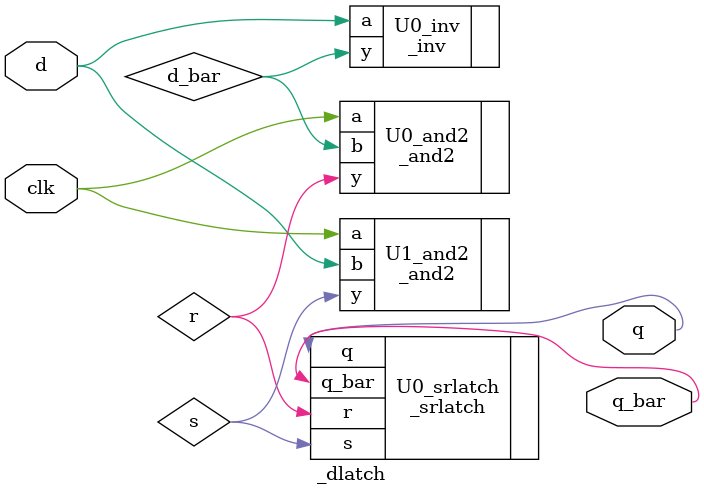
<source format=v>
module _dlatch(clk, d, q, q_bar); //D latch module
input clk, d;
output q, q_bar;
wire d_bar, r, s;

_inv U0_inv(.a(d), .y(d_bar));
_and2 U0_and2(.a(clk), .b(d_bar), .y(r));
_and2 U1_and2(.a(clk), .b(d), .y(s));
_srlatch U0_srlatch(.r(r), .s(s), .q(q), .q_bar(q_bar));
//instance of inveter, and2, srlatch
endmodule 
</source>
